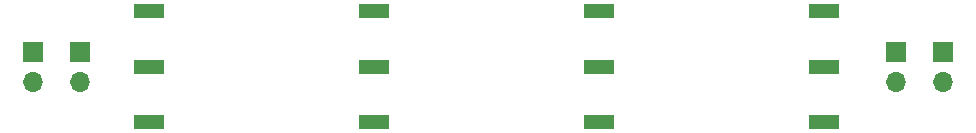
<source format=gbr>
%TF.GenerationSoftware,KiCad,Pcbnew,(6.0.0)*%
%TF.CreationDate,2022-03-07T23:18:18-05:00*%
%TF.ProjectId,SweetBusinessDaughtercard,53776565-7442-4757-9369-6e6573734461,rev?*%
%TF.SameCoordinates,Original*%
%TF.FileFunction,Copper,L2,Bot*%
%TF.FilePolarity,Positive*%
%FSLAX46Y46*%
G04 Gerber Fmt 4.6, Leading zero omitted, Abs format (unit mm)*
G04 Created by KiCad (PCBNEW (6.0.0)) date 2022-03-07 23:18:18*
%MOMM*%
%LPD*%
G01*
G04 APERTURE LIST*
%TA.AperFunction,ComponentPad*%
%ADD10R,2.500000X1.300000*%
%TD*%
%TA.AperFunction,ComponentPad*%
%ADD11R,1.700000X1.700000*%
%TD*%
%TA.AperFunction,ComponentPad*%
%ADD12O,1.700000X1.700000*%
%TD*%
G04 APERTURE END LIST*
D10*
%TO.P,SW4,1,A*%
%TO.N,unconnected-(SW4-Pad1)*%
X156358900Y-61177100D03*
%TO.P,SW4,2,B*%
%TO.N,Net-(K13-Pad1)*%
X156358900Y-65877100D03*
%TO.P,SW4,3,C*%
%TO.N,Net-(SW4-Pad3)*%
X156358900Y-70577100D03*
%TD*%
%TO.P,SW3,1,A*%
%TO.N,unconnected-(SW3-Pad1)*%
X137310100Y-61177100D03*
%TO.P,SW3,2,B*%
%TO.N,Net-(K12-Pad1)*%
X137310100Y-65877100D03*
%TO.P,SW3,3,C*%
%TO.N,Net-(SW3-Pad3)*%
X137310100Y-70577100D03*
%TD*%
D11*
%TO.P,K12,1,Pin_1*%
%TO.N,Net-(K12-Pad1)*%
X162426500Y-64627100D03*
D12*
%TO.P,K12,2,Pin_2*%
%TO.N,Net-(SW3-Pad3)*%
X162426500Y-67167100D03*
%TD*%
D10*
%TO.P,SW1,1,A*%
%TO.N,unconnected-(SW1-Pad1)*%
X99212500Y-61177100D03*
%TO.P,SW1,2,B*%
%TO.N,Net-(K10-Pad1)*%
X99212500Y-65877100D03*
%TO.P,SW1,3,C*%
%TO.N,Net-(K10-Pad2)*%
X99212500Y-70577100D03*
%TD*%
%TO.P,SW2,1,A*%
%TO.N,unconnected-(SW2-Pad1)*%
X118261300Y-61177100D03*
%TO.P,SW2,2,B*%
%TO.N,Net-(K11-Pad1)*%
X118261300Y-65877100D03*
%TO.P,SW2,3,C*%
%TO.N,Net-(SW2-Pad3)*%
X118261300Y-70577100D03*
%TD*%
D11*
%TO.P,K13,1,Pin_1*%
%TO.N,Net-(K13-Pad1)*%
X166395000Y-64627100D03*
D12*
%TO.P,K13,2,Pin_2*%
%TO.N,Net-(SW4-Pad3)*%
X166395000Y-67167100D03*
%TD*%
D11*
%TO.P,K11,1,Pin_1*%
%TO.N,Net-(K11-Pad1)*%
X93374000Y-64627100D03*
D12*
%TO.P,K11,2,Pin_2*%
%TO.N,Net-(SW2-Pad3)*%
X93374000Y-67167100D03*
%TD*%
D11*
%TO.P,K10,1,Pin_1*%
%TO.N,Net-(K10-Pad1)*%
X89405500Y-64627100D03*
D12*
%TO.P,K10,2,Pin_2*%
%TO.N,Net-(K10-Pad2)*%
X89405500Y-67167100D03*
%TD*%
M02*

</source>
